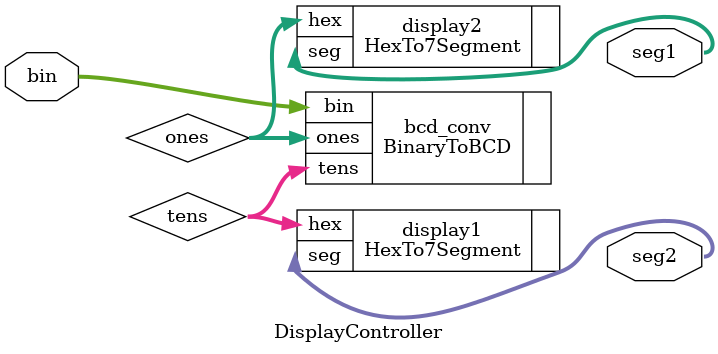
<source format=sv>
module DisplayController (
    input logic [3:0] bin,       // Valor del contador en binario (4 bits)
    output logic [6:0] seg2,     // Segmentos del primer display (decenas)
    output logic [6:0] seg1      // Segmentos del segundo display (unidades)
);

    logic [3:0] tens, ones;

    // Convertir el valor binario a BCD
    BinaryToBCD bcd_conv (
        .bin(bin),
        .tens(tens),
        .ones(ones)
    );

    // Mostrar las decenas en el primer display
    HexTo7Segment display1 (
        .hex(tens),
        .seg(seg2)
    );

    // Mostrar las unidades en el segundo display
    HexTo7Segment display2 (
        .hex(ones),
        .seg(seg1)
    );

endmodule

</source>
